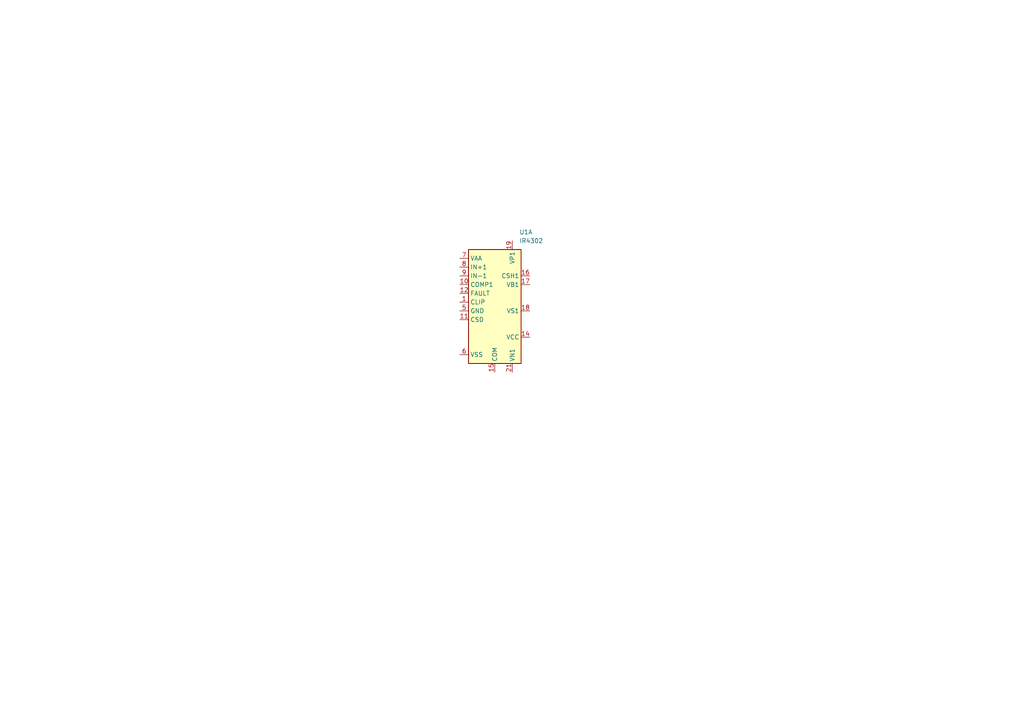
<source format=kicad_sch>
(kicad_sch (version 20211123) (generator eeschema)
  (paper "A4")
  (lib_symbols
    (symbol "Amplifier_Audio:IR4302"
      (property "Reference" "U" (at -7.62 20.955 0))
      (property "Value" "IR4302" (at -7.62 19.05 0))
      (symbol "IR4302_0_1"
        (rectangle (start -7.62 -15.24) (end 7.62 17.78) (stroke (width 0.254)) (fill (type background)))
      )
      (symbol "IR4302_1_1"
        (pin open_collector line (at -10.16 2.54 0) (length 2.54) (name "CLIP") (number "1"))
        (pin output line (at -10.16 7.62 0) (length 2.54) (name "COMP1") (number "10"))
        (pin passive line (at -10.16 -2.54 0) (length 2.54) (name "CSD") (number "11"))
        (pin open_collector line (at -10.16 5.08 0) (length 2.54) (name "FAULT") (number "12"))
        (pin no_connect line (at -7.62 -5.08 0) (length 2.54) hide (name "NC") (number "13"))
        (pin power_in line (at 10.16 -7.62 180) (length 2.54) (name "VCC") (number "14"))
        (pin power_in line (at 0 -17.78 90) (length 2.54) (name "COM") (number "15"))
        (pin passive line (at 10.16 10.16 180) (length 2.54) (name "CSH1") (number "16"))
        (pin power_in line (at 10.16 7.62 180) (length 2.54) (name "VB1") (number "17"))
        (pin output line (at 10.16 0 180) (length 2.54) (name "VS1") (number "18"))
        (pin power_in line (at 5.08 20.32 270) (length 2.54) (name "VP1") (number "19"))
        (pin passive line (at 10.16 0 180) (length 2.54) hide (name "VS1") (number "20"))
        (pin power_in line (at 5.08 -17.78 90) (length 2.54) (name "VN1") (number "21"))
        (pin passive line (at 0 -17.78 90) (length 2.54) hide (name "COM") (number "28"))
        (pin no_connect line (at -7.62 -7.62 0) (length 2.54) hide (name "NC") (number "29"))
        (pin no_connect line (at -7.62 -10.16 0) (length 2.54) hide (name "NC") (number "30"))
        (pin passive line (at 0 -17.78 90) (length 2.54) hide (name "COM") (number "31"))
        (pin power_in line (at -10.16 0 0) (length 2.54) (name "GND") (number "5"))
        (pin power_in line (at -10.16 -12.7 0) (length 2.54) (name "VSS") (number "6"))
        (pin power_in line (at -10.16 15.24 0) (length 2.54) (name "VAA") (number "7"))
        (pin input line (at -10.16 12.7 0) (length 2.54) (name "IN+1") (number "8"))
        (pin input line (at -10.16 10.16 0) (length 2.54) (name "IN-1") (number "9"))
      )
      (symbol "IR4302_2_1"
        (pin output line (at -10.16 7.62 0) (length 2.54) (name "COMP2") (number "2"))
        (pin power_in line (at 5.08 -17.78 90) (length 2.54) (name "VN2") (number "22"))
        (pin output line (at 10.16 0 180) (length 2.54) (name "VS2") (number "23"))
        (pin power_in line (at 5.08 20.32 270) (length 2.54) (name "VP2") (number "24"))
        (pin passive line (at 10.16 0 180) (length 2.54) hide (name "VS2") (number "25"))
        (pin power_in line (at 10.16 7.62 180) (length 2.54) (name "VB2") (number "26"))
        (pin passive line (at 10.16 10.16 180) (length 2.54) (name "CSH2") (number "27"))
        (pin input line (at -10.16 10.16 0) (length 2.54) (name "IN-2") (number "3"))
        (pin input line (at -10.16 12.7 0) (length 2.54) (name "IN+2") (number "4"))
      )
    )
  )
  (symbol (lib_id "Amplifier_Audio:IR4302") (at 143.51 90.17 0) (unit 1)
    (property "Reference" "U1" (at 150.6094 67.31 0) (effects (justify left)))
    (property "Value" "IR4302" (at 150.6094 69.85 0) (effects (justify left)))
    (property "Footprint" "Package_DFN_QFN:Infineon_PQFN-44-31-5EP_7x7mm_P0.5mm" (effects hide))
    (property "Datasheet" "https://www.infineon.com/dgdl/ir4302.pdf?fileId=5546d462533600a4015355d602a9181d" (effects hide))
  )
)
</source>
